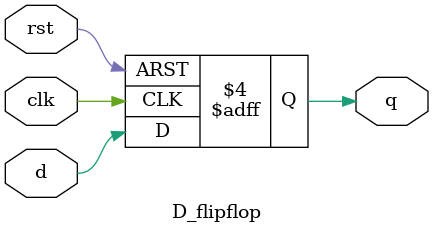
<source format=v>
`timescale 1ns / 1ps

module D_flipflop(

    input clk,
    input rst,
    input d,
    output reg q
    );
initial begin
q=0;
end

always @ (posedge clk or posedge rst)begin
    if (rst == 1)begin
        q <= 1'b0;
    end else begin
        q <= d;
	end
end

endmodule
</source>
